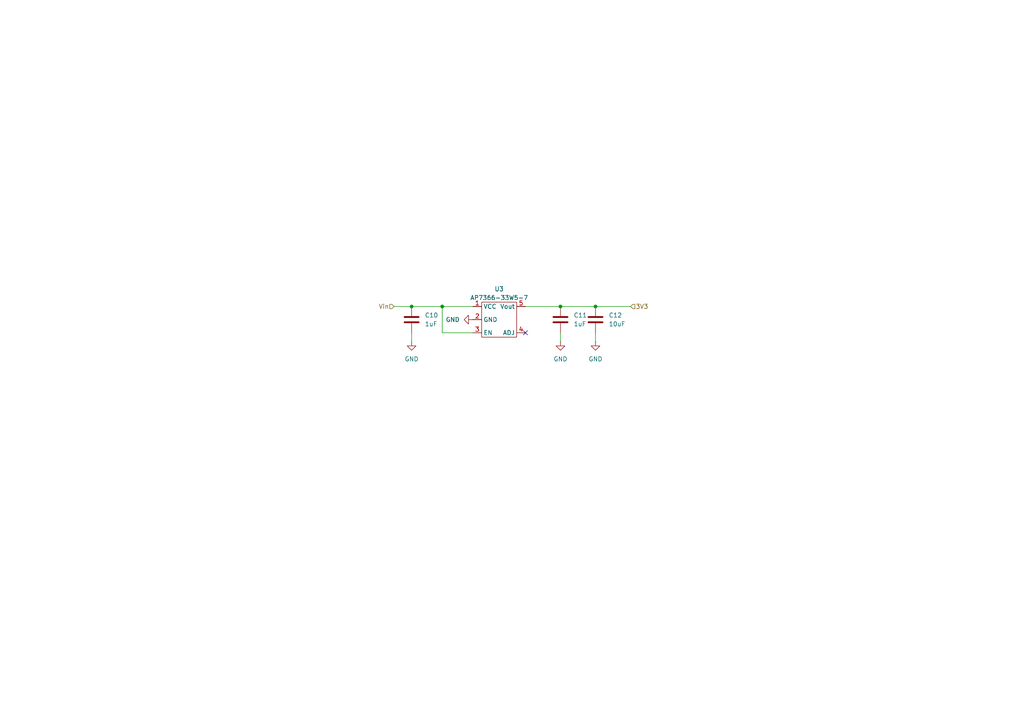
<source format=kicad_sch>
(kicad_sch (version 20231120) (generator "eeschema") (generator_version "8.0")
  (paper "A4")
  (lib_symbols
    (symbol "AP7366_SOT_25:AP7366_SOT25"
      (property "Reference" "U" (at 0 5.334 0))
      (symbol "AP7366_SOT25_0_1"
        (rectangle (start -5.08 3.81) (end 5.08 -6.35))
      )
      (symbol "AP7366_SOT25_1_1"
        (pin power_in line (at -7.62 2.54 0) (length 2.54) (name "VCC") (number "1"))
        (pin power_in line (at -7.62 -1.27 0) (length 2.54) (name "GND") (number "2"))
        (pin input line (at -7.62 -5.08 0) (length 2.54) (name "EN") (number "3"))
        (pin power_in line (at 7.62 -5.08 180) (length 2.54) (name "ADJ") (number "4"))
        (pin power_in line (at 7.62 2.54 180) (length 2.54) (name "Vout") (number "5"))
      )
    )
    (symbol "Device:C" (pin_numbers hide) (pin_names (offset 0.254))
      (property "Reference" "C" (at 0.635 2.54 0))
      (property "Value" "C" (at 0.635 -2.54 0))
      (symbol "C_0_1"
        (polyline (pts (xy -2.032 -0.762) (xy 2.032 -0.762)) (stroke (width 0.508)))
        (polyline (pts (xy -2.032 0.762) (xy 2.032 0.762)) (stroke (width 0.508)))
      )
      (symbol "C_1_1"
        (pin passive line (at 0 3.81 270) (length 2.794) (name "~") (number "1"))
        (pin passive line (at 0 -3.81 90) (length 2.794) (name "~") (number "2"))
      )
    )
    (symbol "power:GND" (power) (pin_numbers hide) (pin_names (offset 0) hide)
      (property "Value" "GND" (at 0 -3.81 0))
      (symbol "GND_0_1"
        (polyline (pts (xy 0 0) (xy 0 -1.27) (xy 1.27 -1.27) (xy 0 -2.54) (xy -1.27 -1.27) (xy 0 -1.27)))
      )
      (symbol "GND_1_1"
        (pin power_in line (at 0 0 270) (length 0) (name "~") (number "1"))
      )
    )
  )
  (junction (at 172.72 88.9))
  (junction (at 162.56 88.9))
  (junction (at 128.27 88.9))
  (junction (at 119.38 88.9))
  (no_connect (at 152.4 96.52))
  (wire (pts (xy 152.4 88.9) (xy 162.56 88.9)))
  (wire (pts (xy 128.27 88.9) (xy 137.16 88.9)))
  (wire (pts (xy 172.72 96.52) (xy 172.72 99.06)))
  (wire (pts (xy 128.27 96.52) (xy 128.27 88.9)))
  (wire (pts (xy 137.16 96.52) (xy 128.27 96.52)))
  (wire (pts (xy 114.3 88.9) (xy 119.38 88.9)))
  (wire (pts (xy 162.56 96.52) (xy 162.56 99.06)))
  (wire (pts (xy 119.38 88.9) (xy 128.27 88.9)))
  (wire (pts (xy 119.38 96.52) (xy 119.38 99.06)))
  (wire (pts (xy 172.72 88.9) (xy 182.88 88.9)))
  (wire (pts (xy 172.72 88.9) (xy 162.56 88.9)))
  (hierarchical_label "3V3" (shape input) (at 182.88 88.9 0))
  (hierarchical_label "Vin" (shape input) (at 114.3 88.9 180))
  (symbol (lib_id "AP7366_SOT_25:AP7366_SOT25") (at 144.78 91.44 0) (unit 1)
    (property "Reference" "U3" (at 144.78 83.82 0))
    (property "Value" "AP7366-33W5-7" (at 144.78 86.36 0))
    (property "Footprint" "AP7366-SOT25:AP7366" (effects (hide yes)))
  )
  (symbol (lib_id "power:GND") (at 172.72 99.06 0) (unit 1)
    (property "Reference" "#PWR031" (effects (hide yes)))
    (property "Value" "GND" (at 172.72 104.14 0))
    (property "Description" "Power symbol creates a global label with name \"GND\" , ground" (effects (hide yes)))
  )
  (symbol (lib_id "power:GND") (at 162.56 99.06 0) (unit 1)
    (property "Reference" "#PWR030" (effects (hide yes)))
    (property "Value" "GND" (at 162.56 104.14 0))
    (property "Description" "Power symbol creates a global label with name \"GND\" , ground" (effects (hide yes)))
  )
  (symbol (lib_id "Device:C") (at 162.56 92.71 0) (unit 1)
    (property "Reference" "C11" (at 166.37 91.4399 0) (effects (justify left)))
    (property "Value" "1uF" (at 166.37 93.9799 0) (effects (justify left)))
    (property "Footprint" "Resistor_SMD:R_0603_1608Metric" (effects (hide yes)))
    (property "Description" "Unpolarized capacitor" (effects (hide yes)))
  )
  (symbol (lib_id "power:GND") (at 119.38 99.06 0) (unit 1)
    (property "Reference" "#PWR028" (effects (hide yes)))
    (property "Value" "GND" (at 119.38 104.14 0))
    (property "Description" "Power symbol creates a global label with name \"GND\" , ground" (effects (hide yes)))
  )
  (symbol (lib_id "Device:C") (at 119.38 92.71 0) (unit 1)
    (property "Reference" "C10" (at 123.19 91.4399 0) (effects (justify left)))
    (property "Value" "1uF" (at 123.19 93.9799 0) (effects (justify left)))
    (property "Footprint" "Resistor_SMD:R_0603_1608Metric" (effects (hide yes)))
    (property "Description" "Unpolarized capacitor" (effects (hide yes)))
  )
  (symbol (lib_id "Device:C") (at 172.72 92.71 0) (unit 1)
    (property "Reference" "C12" (at 176.53 91.4399 0) (effects (justify left)))
    (property "Value" "10uF" (at 176.53 93.9799 0) (effects (justify left)))
    (property "Footprint" "Capacitor_SMD:C_0603_1608Metric" (effects (hide yes)))
    (property "Description" "Unpolarized capacitor" (effects (hide yes)))
  )
  (symbol (lib_id "power:GND") (at 137.16 92.71 270) (unit 1)
    (property "Reference" "#PWR029" (effects (hide yes)))
    (property "Value" "GND" (at 133.35 92.7099 90) (effects (justify right)))
    (property "Description" "Power symbol creates a global label with name \"GND\" , ground" (effects (hide yes)))
  )
)
</source>
